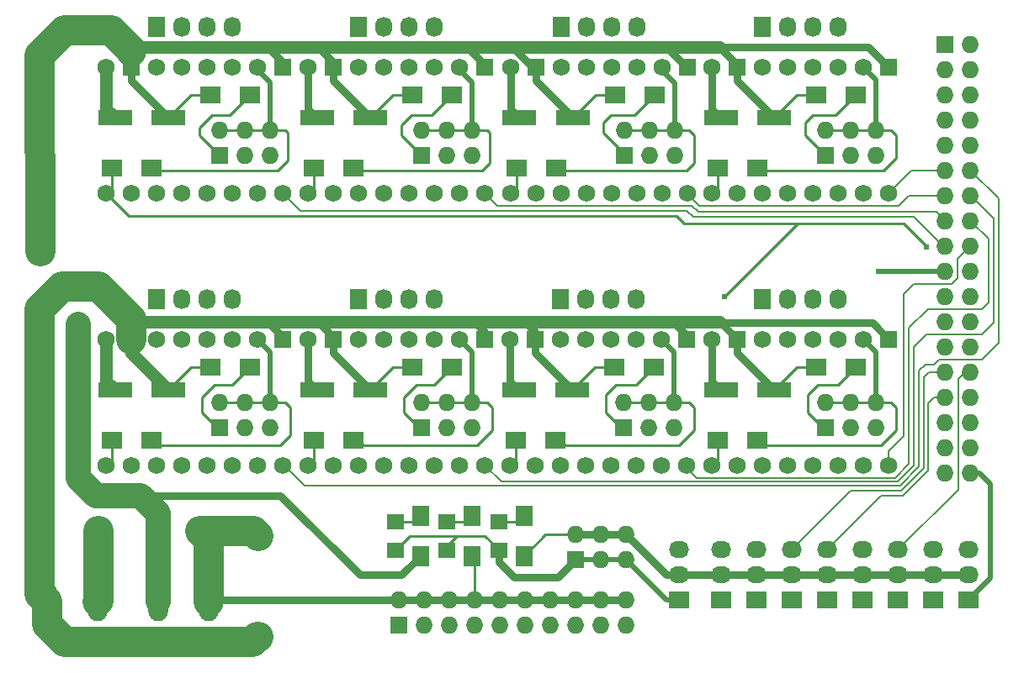
<source format=gbr>
G04 #@! TF.FileFunction,Copper,L1,Top,Signal*
%FSLAX46Y46*%
G04 Gerber Fmt 4.6, Leading zero omitted, Abs format (unit mm)*
G04 Created by KiCad (PCBNEW 4.0.4+e1-6308~48~ubuntu15.10.1-stable) date Thu Dec  8 14:35:49 2016*
%MOMM*%
%LPD*%
G01*
G04 APERTURE LIST*
%ADD10C,0.100000*%
%ADD11C,1.727200*%
%ADD12R,1.727200X1.727200*%
%ADD13O,1.981200X3.962400*%
%ADD14O,1.727200X1.727200*%
%ADD15R,1.727200X2.032000*%
%ADD16O,1.727200X2.032000*%
%ADD17R,2.032000X1.727200*%
%ADD18O,2.032000X1.727200*%
%ADD19R,1.700000X2.000000*%
%ADD20R,2.000000X1.700000*%
%ADD21R,1.800860X1.597660*%
%ADD22R,3.500000X1.600000*%
%ADD23C,2.032000*%
%ADD24C,0.609600*%
%ADD25C,3.048000*%
%ADD26C,0.762000*%
%ADD27C,0.508000*%
%ADD28C,0.254000*%
%ADD29C,1.270000*%
%ADD30C,2.540000*%
%ADD31C,0.152400*%
G04 APERTURE END LIST*
D10*
D11*
X110002000Y-126746000D03*
X99802000Y-126746000D03*
X115826540Y-137414520D03*
D12*
X115826540Y-127254520D03*
D13*
X99695000Y-133858000D03*
X94615000Y-133858000D03*
D12*
X184992000Y-77724000D03*
D14*
X187532000Y-77724000D03*
X184992000Y-80264000D03*
X187532000Y-80264000D03*
X184992000Y-82804000D03*
X187532000Y-82804000D03*
X184992000Y-85344000D03*
X187532000Y-85344000D03*
X184992000Y-87884000D03*
X187532000Y-87884000D03*
X184992000Y-90424000D03*
X187532000Y-90424000D03*
X184992000Y-92964000D03*
X187532000Y-92964000D03*
X184992000Y-95504000D03*
X187532000Y-95504000D03*
X184992000Y-98044000D03*
X187532000Y-98044000D03*
X184992000Y-100584000D03*
X187532000Y-100584000D03*
X184992000Y-103124000D03*
X187532000Y-103124000D03*
X184992000Y-105664000D03*
X187532000Y-105664000D03*
X184992000Y-108204000D03*
X187532000Y-108204000D03*
X184992000Y-110744000D03*
X187532000Y-110744000D03*
X184992000Y-113284000D03*
X187532000Y-113284000D03*
X184992000Y-115824000D03*
X187532000Y-115824000D03*
X184992000Y-118364000D03*
X187532000Y-118364000D03*
X184992000Y-120904000D03*
X187532000Y-120904000D03*
D12*
X152654000Y-116332000D03*
D14*
X152654000Y-113792000D03*
X155194000Y-116332000D03*
X155194000Y-113792000D03*
X157734000Y-116332000D03*
X157734000Y-113792000D03*
D12*
X112014000Y-116332000D03*
D14*
X112014000Y-113792000D03*
X114554000Y-116332000D03*
X114554000Y-113792000D03*
X117094000Y-116332000D03*
X117094000Y-113792000D03*
D12*
X132334000Y-116332000D03*
D14*
X132334000Y-113792000D03*
X134874000Y-116332000D03*
X134874000Y-113792000D03*
X137414000Y-116332000D03*
X137414000Y-113792000D03*
D12*
X172974000Y-116332000D03*
D14*
X172974000Y-113792000D03*
X175514000Y-116332000D03*
X175514000Y-113792000D03*
X178054000Y-116332000D03*
X178054000Y-113792000D03*
D12*
X172974000Y-88900000D03*
D14*
X172974000Y-86360000D03*
X175514000Y-88900000D03*
X175514000Y-86360000D03*
X178054000Y-88900000D03*
X178054000Y-86360000D03*
D12*
X152717500Y-88900000D03*
D14*
X152717500Y-86360000D03*
X155257500Y-88900000D03*
X155257500Y-86360000D03*
X157797500Y-88900000D03*
X157797500Y-86360000D03*
D12*
X132334000Y-88900000D03*
D14*
X132334000Y-86360000D03*
X134874000Y-88900000D03*
X134874000Y-86360000D03*
X137414000Y-88900000D03*
X137414000Y-86360000D03*
D12*
X112014000Y-88900000D03*
D14*
X112014000Y-86360000D03*
X114554000Y-88900000D03*
X114554000Y-86360000D03*
X117094000Y-88900000D03*
X117094000Y-86360000D03*
D12*
X130048000Y-136271000D03*
D14*
X130048000Y-133731000D03*
X132588000Y-136271000D03*
X132588000Y-133731000D03*
X135128000Y-136271000D03*
X135128000Y-133731000D03*
X137668000Y-136271000D03*
X137668000Y-133731000D03*
X140208000Y-136271000D03*
X140208000Y-133731000D03*
X142748000Y-136271000D03*
X142748000Y-133731000D03*
X145288000Y-136271000D03*
X145288000Y-133731000D03*
X147828000Y-136271000D03*
X147828000Y-133731000D03*
X150368000Y-136271000D03*
X150368000Y-133731000D03*
X152908000Y-136271000D03*
X152908000Y-133731000D03*
D12*
X147828000Y-129667000D03*
D14*
X147828000Y-127127000D03*
X150368000Y-129667000D03*
X150368000Y-127127000D03*
X152908000Y-129667000D03*
X152908000Y-127127000D03*
D15*
X105664000Y-75946000D03*
D16*
X108204000Y-75946000D03*
X110744000Y-75946000D03*
X113284000Y-75946000D03*
D15*
X125984000Y-75946000D03*
D16*
X128524000Y-75946000D03*
X131064000Y-75946000D03*
X133604000Y-75946000D03*
D15*
X146367500Y-75946000D03*
D16*
X148907500Y-75946000D03*
X151447500Y-75946000D03*
X153987500Y-75946000D03*
D15*
X166624000Y-75946000D03*
D16*
X169164000Y-75946000D03*
X171704000Y-75946000D03*
X174244000Y-75946000D03*
D15*
X105664000Y-103378000D03*
D16*
X108204000Y-103378000D03*
X110744000Y-103378000D03*
X113284000Y-103378000D03*
D15*
X125984000Y-103378000D03*
D16*
X128524000Y-103378000D03*
X131064000Y-103378000D03*
X133604000Y-103378000D03*
D15*
X146304000Y-103378000D03*
D16*
X148844000Y-103378000D03*
X151384000Y-103378000D03*
X153924000Y-103378000D03*
D15*
X166624000Y-103378000D03*
D16*
X169164000Y-103378000D03*
X171704000Y-103378000D03*
X174244000Y-103378000D03*
D17*
X162433000Y-133731000D03*
D18*
X162433000Y-131191000D03*
X162433000Y-128651000D03*
D17*
X165989000Y-133731000D03*
D18*
X165989000Y-131191000D03*
X165989000Y-128651000D03*
D17*
X169545000Y-133731000D03*
D18*
X169545000Y-131191000D03*
X169545000Y-128651000D03*
D17*
X173101000Y-133731000D03*
D18*
X173101000Y-131191000D03*
X173101000Y-128651000D03*
D17*
X176657000Y-133731000D03*
D18*
X176657000Y-131191000D03*
X176657000Y-128651000D03*
D17*
X180213000Y-133731000D03*
D18*
X180213000Y-131191000D03*
X180213000Y-128651000D03*
D17*
X183769000Y-133731000D03*
D18*
X183769000Y-131191000D03*
X183769000Y-128651000D03*
D17*
X187325000Y-133731000D03*
D18*
X187325000Y-131191000D03*
X187325000Y-128651000D03*
D17*
X158242000Y-133731000D03*
D18*
X158242000Y-131191000D03*
X158242000Y-128651000D03*
D19*
X142621000Y-125254000D03*
X142621000Y-129254000D03*
X132207000Y-125254000D03*
X132207000Y-129254000D03*
X137414000Y-125254000D03*
X137414000Y-129254000D03*
D20*
X162084000Y-117602000D03*
X166084000Y-117602000D03*
X141764000Y-117602000D03*
X145764000Y-117602000D03*
X121444000Y-117602000D03*
X125444000Y-117602000D03*
X101124000Y-117602000D03*
X105124000Y-117602000D03*
X162084000Y-90170000D03*
X166084000Y-90170000D03*
X141827500Y-90170000D03*
X145827500Y-90170000D03*
X121444000Y-90170000D03*
X125444000Y-90170000D03*
X101124000Y-90170000D03*
X105124000Y-90170000D03*
D21*
X140081000Y-125834140D03*
X140081000Y-128673860D03*
X129667000Y-125834140D03*
X129667000Y-128673860D03*
X134874000Y-125834140D03*
X134874000Y-128673860D03*
D22*
X162400000Y-112522000D03*
X167800000Y-112522000D03*
X142080000Y-112522000D03*
X147480000Y-112522000D03*
X121760000Y-112522000D03*
X127160000Y-112522000D03*
X101440000Y-112522000D03*
X106840000Y-112522000D03*
X162400000Y-85090000D03*
X167800000Y-85090000D03*
X142143500Y-85090000D03*
X147543500Y-85090000D03*
X121760000Y-85090000D03*
X127160000Y-85090000D03*
X101440000Y-85090000D03*
X106840000Y-85090000D03*
D20*
X115030000Y-82804000D03*
X111030000Y-82804000D03*
X135350000Y-82804000D03*
X131350000Y-82804000D03*
X155733500Y-82804000D03*
X151733500Y-82804000D03*
X175990000Y-82804000D03*
X171990000Y-82804000D03*
X115030000Y-110236000D03*
X111030000Y-110236000D03*
X135350000Y-110236000D03*
X131350000Y-110236000D03*
X155670000Y-110236000D03*
X151670000Y-110236000D03*
X175990000Y-110236000D03*
X171990000Y-110236000D03*
D13*
X110871000Y-133858000D03*
X105791000Y-133858000D03*
D12*
X179324000Y-107442000D03*
D11*
X176784000Y-107442000D03*
X174244000Y-107442000D03*
X171704000Y-107442000D03*
X169164000Y-107442000D03*
X166624000Y-107442000D03*
D12*
X164084000Y-107442000D03*
D11*
X161544000Y-107442000D03*
X161544000Y-120142000D03*
X164084000Y-120142000D03*
X166624000Y-120142000D03*
X169164000Y-120142000D03*
X171704000Y-120142000D03*
X174244000Y-120142000D03*
X176784000Y-120142000D03*
X179324000Y-120142000D03*
D12*
X159004000Y-107442000D03*
D11*
X156464000Y-107442000D03*
X153924000Y-107442000D03*
X151384000Y-107442000D03*
X148844000Y-107442000D03*
X146304000Y-107442000D03*
D12*
X143764000Y-107442000D03*
D11*
X141224000Y-107442000D03*
X141224000Y-120142000D03*
X143764000Y-120142000D03*
X146304000Y-120142000D03*
X148844000Y-120142000D03*
X151384000Y-120142000D03*
X153924000Y-120142000D03*
X156464000Y-120142000D03*
X159004000Y-120142000D03*
D12*
X138684000Y-107442000D03*
D11*
X136144000Y-107442000D03*
X133604000Y-107442000D03*
X131064000Y-107442000D03*
X128524000Y-107442000D03*
X125984000Y-107442000D03*
D12*
X123444000Y-107442000D03*
D11*
X120904000Y-107442000D03*
X120904000Y-120142000D03*
X123444000Y-120142000D03*
X125984000Y-120142000D03*
X128524000Y-120142000D03*
X131064000Y-120142000D03*
X133604000Y-120142000D03*
X136144000Y-120142000D03*
X138684000Y-120142000D03*
D12*
X118364000Y-107442000D03*
D11*
X115824000Y-107442000D03*
X113284000Y-107442000D03*
X110744000Y-107442000D03*
X108204000Y-107442000D03*
X105664000Y-107442000D03*
D12*
X103124000Y-107442000D03*
D11*
X100584000Y-107442000D03*
X100584000Y-120142000D03*
X103124000Y-120142000D03*
X105664000Y-120142000D03*
X108204000Y-120142000D03*
X110744000Y-120142000D03*
X113284000Y-120142000D03*
X115824000Y-120142000D03*
X118364000Y-120142000D03*
D12*
X179324000Y-80010000D03*
D11*
X176784000Y-80010000D03*
X174244000Y-80010000D03*
X171704000Y-80010000D03*
X169164000Y-80010000D03*
X166624000Y-80010000D03*
D12*
X164084000Y-80010000D03*
D11*
X161544000Y-80010000D03*
X161544000Y-92710000D03*
X164084000Y-92710000D03*
X166624000Y-92710000D03*
X169164000Y-92710000D03*
X171704000Y-92710000D03*
X174244000Y-92710000D03*
X176784000Y-92710000D03*
X179324000Y-92710000D03*
D12*
X159067500Y-80010000D03*
D11*
X156527500Y-80010000D03*
X153987500Y-80010000D03*
X151447500Y-80010000D03*
X148907500Y-80010000D03*
X146367500Y-80010000D03*
D12*
X143827500Y-80010000D03*
D11*
X141287500Y-80010000D03*
X141287500Y-92710000D03*
X143827500Y-92710000D03*
X146367500Y-92710000D03*
X148907500Y-92710000D03*
X151447500Y-92710000D03*
X153987500Y-92710000D03*
X156527500Y-92710000D03*
X159067500Y-92710000D03*
D12*
X138684000Y-80010000D03*
D11*
X136144000Y-80010000D03*
X133604000Y-80010000D03*
X131064000Y-80010000D03*
X128524000Y-80010000D03*
X125984000Y-80010000D03*
D12*
X123444000Y-80010000D03*
D11*
X120904000Y-80010000D03*
X120904000Y-92710000D03*
X123444000Y-92710000D03*
X125984000Y-92710000D03*
X128524000Y-92710000D03*
X131064000Y-92710000D03*
X133604000Y-92710000D03*
X136144000Y-92710000D03*
X138684000Y-92710000D03*
D12*
X118364000Y-80010000D03*
D11*
X115824000Y-80010000D03*
X113284000Y-80010000D03*
X110744000Y-80010000D03*
X108204000Y-80010000D03*
X105664000Y-80010000D03*
D12*
X103124000Y-80010000D03*
D11*
X100584000Y-80010000D03*
X100584000Y-92710000D03*
X103124000Y-92710000D03*
X105664000Y-92710000D03*
X108204000Y-92710000D03*
X110744000Y-92710000D03*
X113284000Y-92710000D03*
X115824000Y-92710000D03*
X118364000Y-92710000D03*
D23*
X93980000Y-98552000D03*
X97790000Y-105918000D03*
D24*
X178308000Y-100584000D03*
X162814000Y-103124000D03*
X183134000Y-98094800D03*
D25*
X103124000Y-107442000D02*
X103124000Y-105410000D01*
X93853000Y-104394000D02*
X93853000Y-133096000D01*
X96139000Y-102108000D02*
X93853000Y-104394000D01*
X99822000Y-102108000D02*
X96139000Y-102108000D01*
X103124000Y-105410000D02*
X99822000Y-102108000D01*
X103124000Y-78422500D02*
X103124000Y-78359000D01*
X103124000Y-78359000D02*
X101092000Y-76327000D01*
X101092000Y-76327000D02*
X96393000Y-76327000D01*
X96393000Y-76327000D02*
X93853000Y-78867000D01*
X93853000Y-78867000D02*
X93980000Y-98552000D01*
X93853000Y-133096000D02*
X94615000Y-133858000D01*
X115826540Y-137414520D02*
X115823480Y-137414520D01*
X115823480Y-137414520D02*
X115316000Y-137922000D01*
X115316000Y-137922000D02*
X96393000Y-137922000D01*
X96393000Y-137922000D02*
X94615000Y-136144000D01*
X94615000Y-136144000D02*
X94615000Y-133858000D01*
D26*
X159004000Y-107442000D02*
X159004000Y-107061000D01*
X159004000Y-107061000D02*
X157607000Y-105664000D01*
X140081000Y-128673860D02*
X140081000Y-129921000D01*
X140081000Y-129921000D02*
X141605000Y-131445000D01*
X141605000Y-131445000D02*
X146050000Y-131445000D01*
X146050000Y-131445000D02*
X147828000Y-129667000D01*
X164084000Y-80010000D02*
X164084000Y-81374000D01*
X164084000Y-81374000D02*
X167800000Y-85090000D01*
D27*
X187532000Y-120904000D02*
X188468000Y-120904000D01*
X188468000Y-120904000D02*
X189534800Y-121970800D01*
X189534800Y-121970800D02*
X189534800Y-131521200D01*
X189534800Y-131521200D02*
X187325000Y-133731000D01*
D28*
X134874000Y-128673860D02*
X134874000Y-128270000D01*
X134874000Y-128270000D02*
X135890000Y-127254000D01*
X140081000Y-128673860D02*
X140081000Y-128651000D01*
X131086860Y-127254000D02*
X129667000Y-128673860D01*
D27*
X147828000Y-129667000D02*
X150368000Y-129667000D01*
X150368000Y-129667000D02*
X152908000Y-129667000D01*
X152908000Y-129667000D02*
X156972000Y-133731000D01*
X156972000Y-133731000D02*
X158242000Y-133731000D01*
D29*
X103124000Y-107442000D02*
X103124000Y-108806000D01*
X103124000Y-108806000D02*
X106840000Y-112522000D01*
D26*
X118364000Y-107442000D02*
X118364000Y-107188000D01*
X118364000Y-107188000D02*
X116840000Y-105664000D01*
X123444000Y-107442000D02*
X123444000Y-107188000D01*
X123444000Y-107188000D02*
X121920000Y-105664000D01*
X138684000Y-107442000D02*
X138684000Y-106680000D01*
X138684000Y-106680000D02*
X137668000Y-105664000D01*
X143764000Y-107442000D02*
X143764000Y-106680000D01*
X143764000Y-106680000D02*
X142748000Y-105664000D01*
X162433000Y-105791000D02*
X177673000Y-105791000D01*
X177673000Y-105791000D02*
X179324000Y-107442000D01*
X164084000Y-107442000D02*
X162433000Y-105791000D01*
X162433000Y-105791000D02*
X162306000Y-105664000D01*
D29*
X103124000Y-107442000D02*
X103124000Y-105664000D01*
X103124000Y-105664000D02*
X116840000Y-105664000D01*
X116840000Y-105664000D02*
X121920000Y-105664000D01*
X121920000Y-105664000D02*
X137668000Y-105664000D01*
X137668000Y-105664000D02*
X142748000Y-105664000D01*
X142748000Y-105664000D02*
X157607000Y-105664000D01*
X157607000Y-105664000D02*
X162306000Y-105664000D01*
X162306000Y-105664000D02*
X161798000Y-105664000D01*
D26*
X164084000Y-107442000D02*
X164084000Y-108806000D01*
X164084000Y-108806000D02*
X167800000Y-112522000D01*
X143764000Y-107442000D02*
X143764000Y-108806000D01*
X143764000Y-108806000D02*
X147480000Y-112522000D01*
X123444000Y-107442000D02*
X123444000Y-108806000D01*
X123444000Y-108806000D02*
X127160000Y-112522000D01*
X103124000Y-80010000D02*
X103124000Y-81374000D01*
X103124000Y-81374000D02*
X106840000Y-85090000D01*
X123444000Y-80010000D02*
X123444000Y-81374000D01*
X123444000Y-81374000D02*
X127160000Y-85090000D01*
X143827500Y-80010000D02*
X143827500Y-81374000D01*
X143827500Y-81374000D02*
X147543500Y-85090000D01*
D28*
X111030000Y-110236000D02*
X109126000Y-110236000D01*
X109126000Y-110236000D02*
X106840000Y-112522000D01*
X131350000Y-110236000D02*
X129446000Y-110236000D01*
X129446000Y-110236000D02*
X127160000Y-112522000D01*
X151670000Y-110236000D02*
X149766000Y-110236000D01*
X149766000Y-110236000D02*
X147480000Y-112522000D01*
X171990000Y-110236000D02*
X170086000Y-110236000D01*
X170086000Y-110236000D02*
X167800000Y-112522000D01*
X171990000Y-82804000D02*
X170086000Y-82804000D01*
X170086000Y-82804000D02*
X167800000Y-85090000D01*
X151733500Y-82804000D02*
X149829500Y-82804000D01*
X149829500Y-82804000D02*
X147543500Y-85090000D01*
X131350000Y-82804000D02*
X129446000Y-82804000D01*
X129446000Y-82804000D02*
X127160000Y-85090000D01*
D26*
X162306000Y-77978000D02*
X177292000Y-77978000D01*
X177292000Y-77978000D02*
X179324000Y-80010000D01*
X164084000Y-80010000D02*
X164084000Y-79756000D01*
X164084000Y-79756000D02*
X162306000Y-77978000D01*
X159067500Y-80010000D02*
X159004000Y-80010000D01*
X159004000Y-80010000D02*
X156972000Y-77978000D01*
X143827500Y-80010000D02*
X143510000Y-80010000D01*
X143510000Y-80010000D02*
X141478000Y-77978000D01*
X138684000Y-80010000D02*
X138684000Y-79756000D01*
X138684000Y-79756000D02*
X136906000Y-77978000D01*
X123444000Y-80010000D02*
X123444000Y-79502000D01*
X123444000Y-79502000D02*
X121920000Y-77978000D01*
X118364000Y-80010000D02*
X118364000Y-79502000D01*
X118364000Y-79502000D02*
X116840000Y-77978000D01*
D29*
X103124000Y-80010000D02*
X103124000Y-78422500D01*
X103124000Y-78422500D02*
X103124000Y-78740000D01*
X103886000Y-77978000D02*
X116840000Y-77978000D01*
X116840000Y-77978000D02*
X121920000Y-77978000D01*
X121920000Y-77978000D02*
X136906000Y-77978000D01*
X136906000Y-77978000D02*
X141478000Y-77978000D01*
X141478000Y-77978000D02*
X156972000Y-77978000D01*
X156972000Y-77978000D02*
X162306000Y-77978000D01*
X103124000Y-78740000D02*
X103886000Y-77978000D01*
D28*
X111030000Y-82804000D02*
X109126000Y-82804000D01*
X109126000Y-82804000D02*
X106840000Y-85090000D01*
X140081000Y-128651000D02*
X138684000Y-127254000D01*
X138684000Y-127254000D02*
X135890000Y-127254000D01*
X135890000Y-127254000D02*
X131086860Y-127254000D01*
D26*
X104013000Y-123190000D02*
X118110000Y-123190000D01*
X118110000Y-123190000D02*
X126111000Y-131191000D01*
X126111000Y-131191000D02*
X130270000Y-131191000D01*
X130270000Y-131191000D02*
X132207000Y-129254000D01*
X132207000Y-129254000D02*
X132207000Y-129540000D01*
D30*
X97790000Y-105918000D02*
X97790000Y-121412000D01*
X97790000Y-121412000D02*
X99568000Y-123190000D01*
X99568000Y-123190000D02*
X104013000Y-123190000D01*
X104013000Y-123190000D02*
X105410000Y-124587000D01*
X105410000Y-124587000D02*
X105791000Y-124968000D01*
X105791000Y-124968000D02*
X105791000Y-133858000D01*
D29*
X100584000Y-80010000D02*
X100584000Y-84234000D01*
X100584000Y-84234000D02*
X101440000Y-85090000D01*
D28*
X132207000Y-129254000D02*
X132207000Y-129794000D01*
X132207000Y-129254000D02*
X132112000Y-129254000D01*
X132112000Y-129254000D02*
X131445000Y-129921000D01*
D26*
X161544000Y-107442000D02*
X161544000Y-111666000D01*
X161544000Y-111666000D02*
X162400000Y-112522000D01*
X141224000Y-107442000D02*
X141224000Y-111666000D01*
X120904000Y-107442000D02*
X120904000Y-111666000D01*
X120904000Y-111666000D02*
X121760000Y-112522000D01*
D29*
X100584000Y-107442000D02*
X100584000Y-111666000D01*
X100584000Y-111666000D02*
X101440000Y-112522000D01*
D26*
X161544000Y-80010000D02*
X161544000Y-84234000D01*
X161544000Y-84234000D02*
X162400000Y-85090000D01*
X141287500Y-80010000D02*
X141287500Y-84234000D01*
X141287500Y-84234000D02*
X142143500Y-85090000D01*
X120904000Y-80010000D02*
X120904000Y-84234000D01*
X120904000Y-84234000D02*
X121760000Y-85090000D01*
X141224000Y-111666000D02*
X142080000Y-112522000D01*
D28*
X131499860Y-128673860D02*
X132080000Y-129254000D01*
X137668000Y-133731000D02*
X137668000Y-129508000D01*
X137668000Y-129508000D02*
X137414000Y-129254000D01*
D26*
X130048000Y-133731000D02*
X110998000Y-133731000D01*
X110998000Y-133731000D02*
X110871000Y-133858000D01*
D25*
X110002000Y-126746000D02*
X115318020Y-126746000D01*
X115318020Y-126746000D02*
X115826540Y-127254520D01*
X110871000Y-133858000D02*
X110871000Y-127615000D01*
X110871000Y-127615000D02*
X110002000Y-126746000D01*
D26*
X130048000Y-133731000D02*
X132588000Y-133731000D01*
X132588000Y-133731000D02*
X135128000Y-133731000D01*
X135128000Y-133731000D02*
X137668000Y-133731000D01*
X137668000Y-133731000D02*
X140208000Y-133731000D01*
X140208000Y-133731000D02*
X142748000Y-133731000D01*
X142748000Y-133731000D02*
X145288000Y-133731000D01*
X145288000Y-133731000D02*
X147828000Y-133731000D01*
X147828000Y-133731000D02*
X150368000Y-133731000D01*
X150368000Y-133731000D02*
X152908000Y-133731000D01*
D28*
X136833860Y-128673860D02*
X137414000Y-129254000D01*
X134874000Y-125834140D02*
X136833860Y-125834140D01*
X136833860Y-125834140D02*
X137414000Y-125254000D01*
X129667000Y-125834140D02*
X131626860Y-125834140D01*
X131626860Y-125834140D02*
X132207000Y-125254000D01*
X140081000Y-125834140D02*
X142040860Y-125834140D01*
X142040860Y-125834140D02*
X142621000Y-125254000D01*
D27*
X184992000Y-100584000D02*
X178308000Y-100584000D01*
D26*
X147828000Y-127127000D02*
X150368000Y-127127000D01*
X150368000Y-127127000D02*
X152908000Y-127127000D01*
X152908000Y-127127000D02*
X156972000Y-131191000D01*
X156972000Y-131191000D02*
X158242000Y-131191000D01*
X158242000Y-131191000D02*
X162433000Y-131191000D01*
X162433000Y-131191000D02*
X165989000Y-131191000D01*
X165989000Y-131191000D02*
X169545000Y-131191000D01*
X169545000Y-131191000D02*
X173101000Y-131191000D01*
X173101000Y-131191000D02*
X176657000Y-131191000D01*
X176657000Y-131191000D02*
X180213000Y-131191000D01*
X180213000Y-131191000D02*
X183769000Y-131191000D01*
X183769000Y-131191000D02*
X187325000Y-131191000D01*
D28*
X147828000Y-127127000D02*
X144748000Y-127127000D01*
X144748000Y-127127000D02*
X142621000Y-129254000D01*
X142040860Y-128673860D02*
X142621000Y-129254000D01*
D27*
X176784000Y-107442000D02*
X178054000Y-108712000D01*
X178054000Y-108712000D02*
X178054000Y-113792000D01*
X156464000Y-107442000D02*
X157734000Y-108712000D01*
X157734000Y-108712000D02*
X157734000Y-113792000D01*
X136144000Y-107442000D02*
X137414000Y-108712000D01*
X137414000Y-108712000D02*
X137414000Y-113792000D01*
X115824000Y-107442000D02*
X117094000Y-108712000D01*
X117094000Y-108712000D02*
X117094000Y-113792000D01*
X178054000Y-81280000D02*
X178054000Y-86360000D01*
X176784000Y-80010000D02*
X178054000Y-81280000D01*
X156527500Y-80010000D02*
X156527500Y-80327500D01*
X156527500Y-80327500D02*
X157797500Y-81597500D01*
X157797500Y-81597500D02*
X157797500Y-86360000D01*
X136144000Y-80010000D02*
X136144000Y-80264000D01*
X136144000Y-80264000D02*
X137414000Y-81534000D01*
X137414000Y-81534000D02*
X137414000Y-86360000D01*
D28*
X112014000Y-86360000D02*
X114554000Y-86360000D01*
X114554000Y-86360000D02*
X117094000Y-86360000D01*
D27*
X115824000Y-80010000D02*
X115824000Y-80264000D01*
X115824000Y-80264000D02*
X117094000Y-81534000D01*
X117094000Y-81534000D02*
X117094000Y-86360000D01*
D28*
X115824000Y-80010000D02*
X115824000Y-80264000D01*
D27*
X115824000Y-80010000D02*
X115824000Y-80264000D01*
D26*
X115824000Y-80010000D02*
X115824000Y-80264000D01*
D27*
X115824000Y-80010000D02*
X115824000Y-80264000D01*
X115824000Y-80010000D02*
X116078000Y-80010000D01*
D28*
X172974000Y-113792000D02*
X175514000Y-113792000D01*
X175514000Y-113792000D02*
X178054000Y-113792000D01*
X178054000Y-113792000D02*
X179578000Y-113792000D01*
X179578000Y-113792000D02*
X180086000Y-114300000D01*
X180086000Y-114300000D02*
X180086000Y-116586000D01*
X180086000Y-116586000D02*
X178562000Y-118110000D01*
X178562000Y-118110000D02*
X166592000Y-118110000D01*
X166592000Y-118110000D02*
X166084000Y-117602000D01*
X157734000Y-113792000D02*
X159258000Y-113792000D01*
X159258000Y-113792000D02*
X159766000Y-114300000D01*
X159766000Y-114300000D02*
X159766000Y-116586000D01*
X159766000Y-116586000D02*
X158242000Y-118110000D01*
X158242000Y-118110000D02*
X146812000Y-118110000D01*
X146812000Y-118110000D02*
X146304000Y-117602000D01*
X146304000Y-117602000D02*
X145764000Y-117602000D01*
X152654000Y-113792000D02*
X155194000Y-113792000D01*
X155194000Y-113792000D02*
X157734000Y-113792000D01*
X132334000Y-113792000D02*
X134874000Y-113792000D01*
X134874000Y-113792000D02*
X137414000Y-113792000D01*
X137414000Y-113792000D02*
X138938000Y-113792000D01*
X138938000Y-113792000D02*
X139446000Y-114300000D01*
X139446000Y-114300000D02*
X139446000Y-116586000D01*
X139446000Y-116586000D02*
X137922000Y-118110000D01*
X137922000Y-118110000D02*
X126492000Y-118110000D01*
X126492000Y-118110000D02*
X125984000Y-117602000D01*
X125984000Y-117602000D02*
X125444000Y-117602000D01*
X112014000Y-113792000D02*
X114554000Y-113792000D01*
X114554000Y-113792000D02*
X117094000Y-113792000D01*
X117094000Y-113792000D02*
X118618000Y-113792000D01*
X118618000Y-113792000D02*
X119126000Y-114300000D01*
X119126000Y-114300000D02*
X119126000Y-117094000D01*
X119126000Y-117094000D02*
X118110000Y-118110000D01*
X118110000Y-118110000D02*
X105632000Y-118110000D01*
X105632000Y-118110000D02*
X105124000Y-117602000D01*
X172974000Y-86360000D02*
X175514000Y-86360000D01*
X175514000Y-86360000D02*
X178054000Y-86360000D01*
X178054000Y-86360000D02*
X179578000Y-86360000D01*
X179578000Y-86360000D02*
X180086000Y-86868000D01*
X180086000Y-86868000D02*
X180086000Y-89154000D01*
X180086000Y-89154000D02*
X178816000Y-90424000D01*
X178816000Y-90424000D02*
X166338000Y-90424000D01*
X166338000Y-90424000D02*
X166084000Y-90170000D01*
X152717500Y-86360000D02*
X155257500Y-86360000D01*
X155257500Y-86360000D02*
X157797500Y-86360000D01*
X157797500Y-86360000D02*
X159258000Y-86360000D01*
X159258000Y-86360000D02*
X159766000Y-86868000D01*
X159766000Y-86868000D02*
X159766000Y-89662000D01*
X159766000Y-89662000D02*
X159004000Y-90424000D01*
X159004000Y-90424000D02*
X146812000Y-90424000D01*
X146812000Y-90424000D02*
X146558000Y-90170000D01*
X146558000Y-90170000D02*
X145827500Y-90170000D01*
X156527500Y-80010000D02*
X156527500Y-80327500D01*
X132334000Y-86360000D02*
X134874000Y-86360000D01*
X134874000Y-86360000D02*
X137414000Y-86360000D01*
X137414000Y-86360000D02*
X138938000Y-86360000D01*
X138938000Y-86360000D02*
X139192000Y-86614000D01*
X139192000Y-86614000D02*
X139192000Y-89662000D01*
X139192000Y-89662000D02*
X138430000Y-90424000D01*
X138430000Y-90424000D02*
X125698000Y-90424000D01*
X125698000Y-90424000D02*
X125444000Y-90170000D01*
X136144000Y-80010000D02*
X136144000Y-80264000D01*
X105378000Y-90424000D02*
X105124000Y-90170000D01*
X118872000Y-89408000D02*
X117856000Y-90424000D01*
X117856000Y-90424000D02*
X105378000Y-90424000D01*
X117856000Y-90424000D02*
X105378000Y-90424000D01*
X118872000Y-89408000D02*
X117856000Y-90424000D01*
X105378000Y-90424000D02*
X105124000Y-90170000D01*
X117094000Y-86360000D02*
X118618000Y-86360000D01*
X118872000Y-86614000D02*
X118872000Y-89408000D01*
X118618000Y-86360000D02*
X118872000Y-86614000D01*
X115824000Y-80010000D02*
X115824000Y-80518000D01*
D31*
X184992000Y-98044000D02*
X184785000Y-98044000D01*
X184785000Y-98044000D02*
X181864000Y-95123000D01*
X181864000Y-95123000D02*
X159639000Y-95123000D01*
X159639000Y-95123000D02*
X159004000Y-94488000D01*
X159004000Y-94488000D02*
X120142000Y-94488000D01*
X120142000Y-94488000D02*
X118364000Y-92710000D01*
X138684000Y-92710000D02*
X139954000Y-93980000D01*
X139954000Y-93980000D02*
X159512000Y-93980000D01*
X159512000Y-93980000D02*
X160147000Y-94615000D01*
X160147000Y-94615000D02*
X184103000Y-94615000D01*
X184103000Y-94615000D02*
X184992000Y-95504000D01*
X159067500Y-92710000D02*
X159067500Y-92773500D01*
X159067500Y-92773500D02*
X160274000Y-93980000D01*
X160274000Y-93980000D02*
X180340000Y-93980000D01*
X180340000Y-93980000D02*
X181356000Y-92964000D01*
X181356000Y-92964000D02*
X184992000Y-92964000D01*
X184992000Y-90424000D02*
X181610000Y-90424000D01*
X181610000Y-90424000D02*
X179324000Y-92710000D01*
X190373000Y-105283000D02*
X190373000Y-107823000D01*
X190373000Y-107823000D02*
X188722000Y-109474000D01*
X188722000Y-109474000D02*
X184404000Y-109474000D01*
X184404000Y-109474000D02*
X183896000Y-109982000D01*
X183896000Y-109982000D02*
X183007000Y-109982000D01*
X183007000Y-109982000D02*
X182372000Y-110617000D01*
X118364000Y-120142000D02*
X118491000Y-120142000D01*
X118491000Y-120142000D02*
X120523000Y-122174000D01*
X120523000Y-122174000D02*
X180467000Y-122174000D01*
X180467000Y-122174000D02*
X182372000Y-120269000D01*
X182372000Y-120269000D02*
X182372000Y-110617000D01*
X190373000Y-105283000D02*
X190373000Y-93265000D01*
X190373000Y-93265000D02*
X187532000Y-90424000D01*
X189865000Y-103251000D02*
X189865000Y-105791000D01*
X189865000Y-105791000D02*
X188722000Y-106934000D01*
X188722000Y-106934000D02*
X183134000Y-106934000D01*
X183134000Y-106934000D02*
X181864000Y-108204000D01*
X187532000Y-92964000D02*
X187579000Y-92964000D01*
X187579000Y-92964000D02*
X189865000Y-95250000D01*
X189865000Y-95250000D02*
X189865000Y-103251000D01*
X181864000Y-108204000D02*
X181864000Y-120142000D01*
X181864000Y-120142000D02*
X180213000Y-121793000D01*
X180213000Y-121793000D02*
X140335000Y-121793000D01*
X140335000Y-121793000D02*
X138684000Y-120142000D01*
X189357000Y-101346000D02*
X189357000Y-103759000D01*
X189357000Y-103759000D02*
X188722000Y-104394000D01*
X188722000Y-104394000D02*
X183261000Y-104394000D01*
X183261000Y-104394000D02*
X181356000Y-106299000D01*
X159004000Y-120142000D02*
X159004000Y-120396000D01*
X159004000Y-120396000D02*
X160020000Y-121412000D01*
X160020000Y-121412000D02*
X179959000Y-121412000D01*
X179959000Y-121412000D02*
X181356000Y-120015000D01*
X181356000Y-120015000D02*
X181356000Y-106299000D01*
X189357000Y-101346000D02*
X189357000Y-97329000D01*
X189357000Y-97329000D02*
X187532000Y-95504000D01*
X186262000Y-99314000D02*
X186262000Y-101266000D01*
X186262000Y-101266000D02*
X185674000Y-101854000D01*
X185674000Y-101854000D02*
X181864000Y-101854000D01*
X181864000Y-101854000D02*
X180848000Y-102870000D01*
X179324000Y-120142000D02*
X179324000Y-118745000D01*
X179324000Y-118745000D02*
X180848000Y-117221000D01*
X180848000Y-117221000D02*
X180848000Y-102870000D01*
X186262000Y-99314000D02*
X187532000Y-98044000D01*
D28*
X162814000Y-103124000D02*
X170180000Y-95758000D01*
X183134000Y-98094800D02*
X183134000Y-98044000D01*
X183134000Y-98044000D02*
X180848000Y-95758000D01*
X180848000Y-95758000D02*
X170180000Y-95758000D01*
X170180000Y-95758000D02*
X158750000Y-95758000D01*
X158750000Y-95758000D02*
X157988000Y-94996000D01*
X157988000Y-94996000D02*
X102870000Y-94996000D01*
X102870000Y-94996000D02*
X100584000Y-92710000D01*
X141764000Y-117602000D02*
X141764000Y-119602000D01*
X101124000Y-117602000D02*
X101124000Y-119602000D01*
X101124000Y-119602000D02*
X100584000Y-120142000D01*
X121444000Y-117602000D02*
X121444000Y-119602000D01*
X121444000Y-119602000D02*
X120904000Y-120142000D01*
X141764000Y-119602000D02*
X141224000Y-120142000D01*
X162084000Y-117602000D02*
X162084000Y-119602000D01*
X162084000Y-119602000D02*
X161544000Y-120142000D01*
X162084000Y-90170000D02*
X162084000Y-92170000D01*
X162084000Y-92170000D02*
X161544000Y-92710000D01*
X141827500Y-90170000D02*
X141827500Y-92170000D01*
X141827500Y-92170000D02*
X141287500Y-92710000D01*
X121444000Y-90170000D02*
X121444000Y-92170000D01*
X121444000Y-92170000D02*
X120904000Y-92710000D01*
X101124000Y-90170000D02*
X101124000Y-92170000D01*
X101124000Y-92170000D02*
X100584000Y-92710000D01*
D31*
X184992000Y-110744000D02*
X183388000Y-110744000D01*
X183388000Y-110744000D02*
X182880000Y-111252000D01*
X182880000Y-111252000D02*
X182880000Y-120396000D01*
X182880000Y-120396000D02*
X180594000Y-122682000D01*
X180594000Y-122682000D02*
X175514000Y-122682000D01*
X175514000Y-122682000D02*
X169545000Y-128651000D01*
X184992000Y-113284000D02*
X183845200Y-113284000D01*
X183845200Y-113284000D02*
X183286400Y-113842800D01*
X183286400Y-113842800D02*
X183286400Y-120650000D01*
X183286400Y-120650000D02*
X180746400Y-123190000D01*
X180746400Y-123190000D02*
X178562000Y-123190000D01*
X178562000Y-123190000D02*
X173101000Y-128651000D01*
X187532000Y-110744000D02*
X186994800Y-110744000D01*
X186994800Y-110744000D02*
X186283600Y-111455200D01*
X186283600Y-111455200D02*
X186283600Y-122580400D01*
X186283600Y-122580400D02*
X180213000Y-128651000D01*
D28*
X109982000Y-86868000D02*
X109982000Y-86106000D01*
X112998000Y-84836000D02*
X115030000Y-82804000D01*
X111252000Y-84836000D02*
X112998000Y-84836000D01*
X109982000Y-86106000D02*
X111252000Y-84836000D01*
X109982000Y-86868000D02*
X112014000Y-88900000D01*
X109982000Y-86868000D02*
X112014000Y-88900000D01*
X115030000Y-82804000D02*
X114300000Y-82804000D01*
X132334000Y-88900000D02*
X130302000Y-86868000D01*
X133318000Y-84836000D02*
X135350000Y-82804000D01*
X131318000Y-84836000D02*
X133318000Y-84836000D01*
X130302000Y-85852000D02*
X131318000Y-84836000D01*
X130302000Y-86868000D02*
X130302000Y-85852000D01*
X152717500Y-88900000D02*
X152717500Y-88709500D01*
X152717500Y-88709500D02*
X150622000Y-86614000D01*
X150622000Y-86614000D02*
X150622000Y-85598000D01*
X150622000Y-85598000D02*
X151384000Y-84836000D01*
X151384000Y-84836000D02*
X153701500Y-84836000D01*
X153701500Y-84836000D02*
X155733500Y-82804000D01*
X172974000Y-88900000D02*
X170942000Y-86868000D01*
X170942000Y-86868000D02*
X170942000Y-85598000D01*
X170942000Y-85598000D02*
X171704000Y-84836000D01*
X171704000Y-84836000D02*
X173958000Y-84836000D01*
X173958000Y-84836000D02*
X175990000Y-82804000D01*
X112014000Y-116332000D02*
X111760000Y-116332000D01*
X111760000Y-116332000D02*
X110236000Y-114808000D01*
X110236000Y-114808000D02*
X110236000Y-113284000D01*
X110236000Y-113284000D02*
X111506000Y-112014000D01*
X111506000Y-112014000D02*
X113252000Y-112014000D01*
X113252000Y-112014000D02*
X115030000Y-110236000D01*
X132334000Y-116332000D02*
X132080000Y-116332000D01*
X132080000Y-116332000D02*
X130556000Y-114808000D01*
X130556000Y-114808000D02*
X130556000Y-113284000D01*
X130556000Y-113284000D02*
X131826000Y-112014000D01*
X131826000Y-112014000D02*
X133572000Y-112014000D01*
X133572000Y-112014000D02*
X135350000Y-110236000D01*
X132334000Y-116332000D02*
X132080000Y-116332000D01*
X152654000Y-116332000D02*
X152400000Y-116332000D01*
X152400000Y-116332000D02*
X150876000Y-114808000D01*
X150876000Y-114808000D02*
X150876000Y-113030000D01*
X150876000Y-113030000D02*
X151892000Y-112014000D01*
X151892000Y-112014000D02*
X153892000Y-112014000D01*
X153892000Y-112014000D02*
X155670000Y-110236000D01*
X172974000Y-116332000D02*
X172720000Y-116332000D01*
X172720000Y-116332000D02*
X171196000Y-114808000D01*
X171196000Y-114808000D02*
X171196000Y-113030000D01*
X171196000Y-113030000D02*
X172212000Y-112014000D01*
X172212000Y-112014000D02*
X174212000Y-112014000D01*
X174212000Y-112014000D02*
X175990000Y-110236000D01*
D25*
X99802000Y-126746000D02*
X99802000Y-133751000D01*
X99802000Y-133751000D02*
X99695000Y-133858000D01*
M02*

</source>
